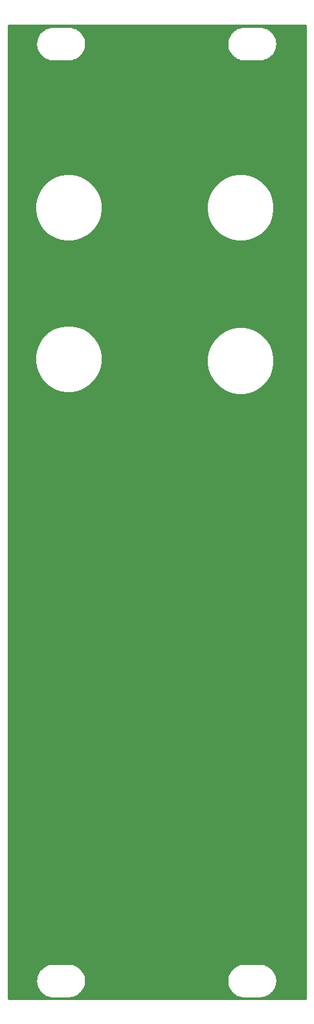
<source format=gbr>
G04 #@! TF.GenerationSoftware,KiCad,Pcbnew,(5.1.5-0)*
G04 #@! TF.CreationDate,2021-01-12T22:30:33-08:00*
G04 #@! TF.ProjectId,helveticascenario,68656c76-6574-4696-9361-7363656e6172,rev?*
G04 #@! TF.SameCoordinates,Original*
G04 #@! TF.FileFunction,Copper,L2,Bot*
G04 #@! TF.FilePolarity,Positive*
%FSLAX46Y46*%
G04 Gerber Fmt 4.6, Leading zero omitted, Abs format (unit mm)*
G04 Created by KiCad (PCBNEW (5.1.5-0)) date 2021-01-12 22:30:33*
%MOMM*%
%LPD*%
G04 APERTURE LIST*
%ADD10C,6.100000*%
%ADD11C,0.254000*%
G04 APERTURE END LIST*
D10*
X35000000Y-353250000D03*
X25250000Y-353250000D03*
X15000000Y-353250000D03*
X5000000Y-353250000D03*
X5000000Y-336250000D03*
X15000000Y-336250000D03*
X25250000Y-336250000D03*
X35000000Y-336250000D03*
X35000000Y-319500000D03*
X25250000Y-319500000D03*
X15000000Y-319500000D03*
X5000000Y-319500000D03*
D11*
G36*
X39540001Y-377840000D02*
G01*
X660000Y-377840000D01*
X660000Y-375451353D01*
X4242755Y-375451353D01*
X4243173Y-375511171D01*
X4242755Y-375570988D01*
X4243655Y-375580160D01*
X4276296Y-375890715D01*
X4288320Y-375949291D01*
X4299532Y-376008070D01*
X4302196Y-376016892D01*
X4394535Y-376315192D01*
X4417715Y-376370335D01*
X4440124Y-376425800D01*
X4444451Y-376433937D01*
X4592972Y-376708621D01*
X4626417Y-376758205D01*
X4659177Y-376808268D01*
X4665001Y-376815409D01*
X4864047Y-377056013D01*
X4906482Y-377098154D01*
X4948346Y-377140903D01*
X4955446Y-377146777D01*
X5197435Y-377344138D01*
X5247259Y-377377241D01*
X5296615Y-377411036D01*
X5304721Y-377415419D01*
X5580435Y-377562019D01*
X5635704Y-377584799D01*
X5690724Y-377608381D01*
X5699527Y-377611105D01*
X5998465Y-377701359D01*
X6057138Y-377712976D01*
X6115655Y-377725415D01*
X6124820Y-377726378D01*
X6435594Y-377756850D01*
X6435598Y-377756850D01*
X6467581Y-377760000D01*
X8532419Y-377760000D01*
X8565986Y-377756694D01*
X8586744Y-377756694D01*
X8595909Y-377755731D01*
X8906228Y-377720923D01*
X8964731Y-377708487D01*
X9023419Y-377696867D01*
X9032222Y-377694142D01*
X9329870Y-377599723D01*
X9384792Y-377576183D01*
X9440159Y-377553363D01*
X9448265Y-377548979D01*
X9721904Y-377398544D01*
X9771217Y-377364779D01*
X9821088Y-377331645D01*
X9828188Y-377325770D01*
X10067397Y-377125049D01*
X10109241Y-377082320D01*
X10151694Y-377040162D01*
X10157519Y-377033020D01*
X10353185Y-376789660D01*
X10385938Y-376739608D01*
X10419391Y-376690013D01*
X10423714Y-376681881D01*
X10423717Y-376681877D01*
X10423719Y-376681873D01*
X10568388Y-376405146D01*
X10590785Y-376349711D01*
X10613978Y-376294539D01*
X10616641Y-376285717D01*
X10704807Y-375986156D01*
X10716007Y-375927440D01*
X10728045Y-375868798D01*
X10728944Y-375859627D01*
X10757245Y-375548647D01*
X10756827Y-375488830D01*
X10757088Y-375451353D01*
X29242755Y-375451353D01*
X29243173Y-375511171D01*
X29242755Y-375570988D01*
X29243655Y-375580160D01*
X29276296Y-375890715D01*
X29288320Y-375949291D01*
X29299532Y-376008070D01*
X29302196Y-376016892D01*
X29394535Y-376315192D01*
X29417715Y-376370335D01*
X29440124Y-376425800D01*
X29444451Y-376433937D01*
X29592972Y-376708621D01*
X29626417Y-376758205D01*
X29659177Y-376808268D01*
X29665001Y-376815409D01*
X29864047Y-377056013D01*
X29906482Y-377098154D01*
X29948346Y-377140903D01*
X29955446Y-377146777D01*
X30197435Y-377344138D01*
X30247259Y-377377241D01*
X30296615Y-377411036D01*
X30304721Y-377415419D01*
X30580435Y-377562019D01*
X30635704Y-377584799D01*
X30690724Y-377608381D01*
X30699527Y-377611105D01*
X30998465Y-377701359D01*
X31057138Y-377712976D01*
X31115655Y-377725415D01*
X31124820Y-377726378D01*
X31435594Y-377756850D01*
X31435598Y-377756850D01*
X31467581Y-377760000D01*
X33532419Y-377760000D01*
X33565986Y-377756694D01*
X33586744Y-377756694D01*
X33595909Y-377755731D01*
X33906228Y-377720923D01*
X33964731Y-377708487D01*
X34023419Y-377696867D01*
X34032222Y-377694142D01*
X34329870Y-377599723D01*
X34384792Y-377576183D01*
X34440159Y-377553363D01*
X34448265Y-377548979D01*
X34721904Y-377398544D01*
X34771217Y-377364779D01*
X34821088Y-377331645D01*
X34828188Y-377325770D01*
X35067397Y-377125049D01*
X35109241Y-377082320D01*
X35151694Y-377040162D01*
X35157519Y-377033020D01*
X35353185Y-376789660D01*
X35385938Y-376739608D01*
X35419391Y-376690013D01*
X35423714Y-376681881D01*
X35423717Y-376681877D01*
X35423719Y-376681873D01*
X35568388Y-376405146D01*
X35590785Y-376349711D01*
X35613978Y-376294539D01*
X35616641Y-376285717D01*
X35704807Y-375986156D01*
X35716007Y-375927440D01*
X35728045Y-375868798D01*
X35728944Y-375859627D01*
X35757245Y-375548647D01*
X35756827Y-375488830D01*
X35757245Y-375429012D01*
X35756345Y-375419841D01*
X35723704Y-375109285D01*
X35711680Y-375050709D01*
X35700468Y-374991930D01*
X35697804Y-374983108D01*
X35605465Y-374684808D01*
X35582280Y-374629653D01*
X35559876Y-374574200D01*
X35555549Y-374566064D01*
X35555549Y-374566063D01*
X35555546Y-374566059D01*
X35407028Y-374291379D01*
X35373583Y-374241795D01*
X35340823Y-374191732D01*
X35334999Y-374184591D01*
X35135954Y-373943987D01*
X35093535Y-373901863D01*
X35051655Y-373859097D01*
X35044554Y-373853223D01*
X34802565Y-373655862D01*
X34752741Y-373622759D01*
X34703385Y-373588964D01*
X34695279Y-373584581D01*
X34419566Y-373437981D01*
X34364269Y-373415189D01*
X34309275Y-373391619D01*
X34300472Y-373388895D01*
X34001535Y-373298641D01*
X33942862Y-373287024D01*
X33884345Y-373274585D01*
X33875180Y-373273622D01*
X33564405Y-373243150D01*
X33564402Y-373243150D01*
X33532419Y-373240000D01*
X31467581Y-373240000D01*
X31434014Y-373243306D01*
X31413256Y-373243306D01*
X31404091Y-373244269D01*
X31093771Y-373279077D01*
X31035298Y-373291506D01*
X30976581Y-373303132D01*
X30967778Y-373305858D01*
X30670130Y-373400277D01*
X30615147Y-373423843D01*
X30559841Y-373446638D01*
X30551735Y-373451021D01*
X30278095Y-373601456D01*
X30228748Y-373635245D01*
X30178913Y-373668355D01*
X30171812Y-373674229D01*
X29932603Y-373874951D01*
X29890759Y-373917681D01*
X29848305Y-373959839D01*
X29842481Y-373966980D01*
X29646814Y-374210340D01*
X29614055Y-374260400D01*
X29580609Y-374309986D01*
X29576283Y-374318123D01*
X29431612Y-374594854D01*
X29409215Y-374650289D01*
X29386022Y-374705461D01*
X29383359Y-374714283D01*
X29295193Y-375013844D01*
X29283993Y-375072560D01*
X29271955Y-375131202D01*
X29271056Y-375140373D01*
X29242755Y-375451353D01*
X10757088Y-375451353D01*
X10757245Y-375429012D01*
X10756345Y-375419841D01*
X10723704Y-375109285D01*
X10711680Y-375050709D01*
X10700468Y-374991930D01*
X10697804Y-374983108D01*
X10605465Y-374684808D01*
X10582280Y-374629653D01*
X10559876Y-374574200D01*
X10555549Y-374566064D01*
X10555549Y-374566063D01*
X10555546Y-374566059D01*
X10407028Y-374291379D01*
X10373583Y-374241795D01*
X10340823Y-374191732D01*
X10334999Y-374184591D01*
X10135954Y-373943987D01*
X10093535Y-373901863D01*
X10051655Y-373859097D01*
X10044554Y-373853223D01*
X9802565Y-373655862D01*
X9752741Y-373622759D01*
X9703385Y-373588964D01*
X9695279Y-373584581D01*
X9419566Y-373437981D01*
X9364269Y-373415189D01*
X9309275Y-373391619D01*
X9300472Y-373388895D01*
X9001535Y-373298641D01*
X8942862Y-373287024D01*
X8884345Y-373274585D01*
X8875180Y-373273622D01*
X8564405Y-373243150D01*
X8564402Y-373243150D01*
X8532419Y-373240000D01*
X6467581Y-373240000D01*
X6434014Y-373243306D01*
X6413256Y-373243306D01*
X6404091Y-373244269D01*
X6093771Y-373279077D01*
X6035298Y-373291506D01*
X5976581Y-373303132D01*
X5967778Y-373305858D01*
X5670130Y-373400277D01*
X5615147Y-373423843D01*
X5559841Y-373446638D01*
X5551735Y-373451021D01*
X5278095Y-373601456D01*
X5228748Y-373635245D01*
X5178913Y-373668355D01*
X5171812Y-373674229D01*
X4932603Y-373874951D01*
X4890759Y-373917681D01*
X4848305Y-373959839D01*
X4842481Y-373966980D01*
X4646814Y-374210340D01*
X4614055Y-374260400D01*
X4580609Y-374309986D01*
X4576283Y-374318123D01*
X4431612Y-374594854D01*
X4409215Y-374650289D01*
X4386022Y-374705461D01*
X4383359Y-374714283D01*
X4295193Y-375013844D01*
X4283993Y-375072560D01*
X4271955Y-375131202D01*
X4271056Y-375140373D01*
X4242755Y-375451353D01*
X660000Y-375451353D01*
X660000Y-293815784D01*
X4091332Y-293815784D01*
X4091332Y-294684216D01*
X4260754Y-295535961D01*
X4593089Y-296338288D01*
X5075564Y-297060362D01*
X5689638Y-297674436D01*
X6411712Y-298156911D01*
X7214039Y-298489246D01*
X8065784Y-298658668D01*
X8934216Y-298658668D01*
X9785961Y-298489246D01*
X10588288Y-298156911D01*
X11310362Y-297674436D01*
X11924436Y-297060362D01*
X12406911Y-296338288D01*
X12739246Y-295535961D01*
X12908668Y-294684216D01*
X12908668Y-294065784D01*
X26591332Y-294065784D01*
X26591332Y-294934216D01*
X26760754Y-295785961D01*
X27093089Y-296588288D01*
X27575564Y-297310362D01*
X28189638Y-297924436D01*
X28911712Y-298406911D01*
X29714039Y-298739246D01*
X30565784Y-298908668D01*
X31434216Y-298908668D01*
X32285961Y-298739246D01*
X33088288Y-298406911D01*
X33810362Y-297924436D01*
X34424436Y-297310362D01*
X34906911Y-296588288D01*
X35239246Y-295785961D01*
X35408668Y-294934216D01*
X35408668Y-294065784D01*
X35239246Y-293214039D01*
X34906911Y-292411712D01*
X34424436Y-291689638D01*
X33810362Y-291075564D01*
X33088288Y-290593089D01*
X32285961Y-290260754D01*
X31434216Y-290091332D01*
X30565784Y-290091332D01*
X29714039Y-290260754D01*
X28911712Y-290593089D01*
X28189638Y-291075564D01*
X27575564Y-291689638D01*
X27093089Y-292411712D01*
X26760754Y-293214039D01*
X26591332Y-294065784D01*
X12908668Y-294065784D01*
X12908668Y-293815784D01*
X12739246Y-292964039D01*
X12406911Y-292161712D01*
X11924436Y-291439638D01*
X11310362Y-290825564D01*
X10588288Y-290343089D01*
X9785961Y-290010754D01*
X8934216Y-289841332D01*
X8065784Y-289841332D01*
X7214039Y-290010754D01*
X6411712Y-290343089D01*
X5689638Y-290825564D01*
X5075564Y-291439638D01*
X4593089Y-292161712D01*
X4260754Y-292964039D01*
X4091332Y-293815784D01*
X660000Y-293815784D01*
X660000Y-274065784D01*
X4091332Y-274065784D01*
X4091332Y-274934216D01*
X4260754Y-275785961D01*
X4593089Y-276588288D01*
X5075564Y-277310362D01*
X5689638Y-277924436D01*
X6411712Y-278406911D01*
X7214039Y-278739246D01*
X8065784Y-278908668D01*
X8934216Y-278908668D01*
X9785961Y-278739246D01*
X10588288Y-278406911D01*
X11310362Y-277924436D01*
X11924436Y-277310362D01*
X12406911Y-276588288D01*
X12739246Y-275785961D01*
X12908668Y-274934216D01*
X12908668Y-274065784D01*
X26591332Y-274065784D01*
X26591332Y-274934216D01*
X26760754Y-275785961D01*
X27093089Y-276588288D01*
X27575564Y-277310362D01*
X28189638Y-277924436D01*
X28911712Y-278406911D01*
X29714039Y-278739246D01*
X30565784Y-278908668D01*
X31434216Y-278908668D01*
X32285961Y-278739246D01*
X33088288Y-278406911D01*
X33810362Y-277924436D01*
X34424436Y-277310362D01*
X34906911Y-276588288D01*
X35239246Y-275785961D01*
X35408668Y-274934216D01*
X35408668Y-274065784D01*
X35239246Y-273214039D01*
X34906911Y-272411712D01*
X34424436Y-271689638D01*
X33810362Y-271075564D01*
X33088288Y-270593089D01*
X32285961Y-270260754D01*
X31434216Y-270091332D01*
X30565784Y-270091332D01*
X29714039Y-270260754D01*
X28911712Y-270593089D01*
X28189638Y-271075564D01*
X27575564Y-271689638D01*
X27093089Y-272411712D01*
X26760754Y-273214039D01*
X26591332Y-274065784D01*
X12908668Y-274065784D01*
X12739246Y-273214039D01*
X12406911Y-272411712D01*
X11924436Y-271689638D01*
X11310362Y-271075564D01*
X10588288Y-270593089D01*
X9785961Y-270260754D01*
X8934216Y-270091332D01*
X8065784Y-270091332D01*
X7214039Y-270260754D01*
X6411712Y-270593089D01*
X5689638Y-271075564D01*
X5075564Y-271689638D01*
X4593089Y-272411712D01*
X4260754Y-273214039D01*
X4091332Y-274065784D01*
X660000Y-274065784D01*
X660000Y-253051353D01*
X4242755Y-253051353D01*
X4243173Y-253111171D01*
X4242755Y-253170988D01*
X4243655Y-253180160D01*
X4276296Y-253490715D01*
X4288320Y-253549291D01*
X4299532Y-253608070D01*
X4302196Y-253616892D01*
X4394535Y-253915192D01*
X4417715Y-253970335D01*
X4440124Y-254025800D01*
X4444451Y-254033937D01*
X4592972Y-254308621D01*
X4626417Y-254358205D01*
X4659177Y-254408268D01*
X4665001Y-254415409D01*
X4864047Y-254656013D01*
X4906482Y-254698154D01*
X4948346Y-254740903D01*
X4955446Y-254746777D01*
X5197435Y-254944138D01*
X5247259Y-254977241D01*
X5296615Y-255011036D01*
X5304721Y-255015419D01*
X5580435Y-255162019D01*
X5635704Y-255184799D01*
X5690724Y-255208381D01*
X5699527Y-255211105D01*
X5998465Y-255301359D01*
X6057138Y-255312976D01*
X6115655Y-255325415D01*
X6124820Y-255326378D01*
X6435594Y-255356850D01*
X6435598Y-255356850D01*
X6467581Y-255360000D01*
X8532419Y-255360000D01*
X8565986Y-255356694D01*
X8586744Y-255356694D01*
X8595909Y-255355731D01*
X8906228Y-255320923D01*
X8964731Y-255308487D01*
X9023419Y-255296867D01*
X9032222Y-255294142D01*
X9329870Y-255199723D01*
X9384792Y-255176183D01*
X9440159Y-255153363D01*
X9448265Y-255148979D01*
X9721904Y-254998544D01*
X9771217Y-254964779D01*
X9821088Y-254931645D01*
X9828188Y-254925770D01*
X10067397Y-254725049D01*
X10109241Y-254682320D01*
X10151694Y-254640162D01*
X10157519Y-254633020D01*
X10353185Y-254389660D01*
X10385938Y-254339608D01*
X10419391Y-254290013D01*
X10423714Y-254281881D01*
X10423717Y-254281877D01*
X10423719Y-254281873D01*
X10568388Y-254005146D01*
X10590785Y-253949711D01*
X10613978Y-253894539D01*
X10616641Y-253885717D01*
X10704807Y-253586156D01*
X10716007Y-253527440D01*
X10728045Y-253468798D01*
X10728944Y-253459627D01*
X10757245Y-253148647D01*
X10756827Y-253088830D01*
X10757088Y-253051353D01*
X29242755Y-253051353D01*
X29243173Y-253111171D01*
X29242755Y-253170988D01*
X29243655Y-253180160D01*
X29276296Y-253490715D01*
X29288320Y-253549291D01*
X29299532Y-253608070D01*
X29302196Y-253616892D01*
X29394535Y-253915192D01*
X29417715Y-253970335D01*
X29440124Y-254025800D01*
X29444451Y-254033937D01*
X29592972Y-254308621D01*
X29626417Y-254358205D01*
X29659177Y-254408268D01*
X29665001Y-254415409D01*
X29864047Y-254656013D01*
X29906482Y-254698154D01*
X29948346Y-254740903D01*
X29955446Y-254746777D01*
X30197435Y-254944138D01*
X30247259Y-254977241D01*
X30296615Y-255011036D01*
X30304721Y-255015419D01*
X30580435Y-255162019D01*
X30635704Y-255184799D01*
X30690724Y-255208381D01*
X30699527Y-255211105D01*
X30998465Y-255301359D01*
X31057138Y-255312976D01*
X31115655Y-255325415D01*
X31124820Y-255326378D01*
X31435594Y-255356850D01*
X31435598Y-255356850D01*
X31467581Y-255360000D01*
X33532419Y-255360000D01*
X33565986Y-255356694D01*
X33586744Y-255356694D01*
X33595909Y-255355731D01*
X33906228Y-255320923D01*
X33964731Y-255308487D01*
X34023419Y-255296867D01*
X34032222Y-255294142D01*
X34329870Y-255199723D01*
X34384792Y-255176183D01*
X34440159Y-255153363D01*
X34448265Y-255148979D01*
X34721904Y-254998544D01*
X34771217Y-254964779D01*
X34821088Y-254931645D01*
X34828188Y-254925770D01*
X35067397Y-254725049D01*
X35109241Y-254682320D01*
X35151694Y-254640162D01*
X35157519Y-254633020D01*
X35353185Y-254389660D01*
X35385938Y-254339608D01*
X35419391Y-254290013D01*
X35423714Y-254281881D01*
X35423717Y-254281877D01*
X35423719Y-254281873D01*
X35568388Y-254005146D01*
X35590785Y-253949711D01*
X35613978Y-253894539D01*
X35616641Y-253885717D01*
X35704807Y-253586156D01*
X35716007Y-253527440D01*
X35728045Y-253468798D01*
X35728944Y-253459627D01*
X35757245Y-253148647D01*
X35756827Y-253088830D01*
X35757245Y-253029012D01*
X35756345Y-253019841D01*
X35723704Y-252709285D01*
X35711680Y-252650709D01*
X35700468Y-252591930D01*
X35697804Y-252583108D01*
X35605465Y-252284808D01*
X35582280Y-252229653D01*
X35559876Y-252174200D01*
X35555549Y-252166064D01*
X35555549Y-252166063D01*
X35555546Y-252166059D01*
X35407028Y-251891379D01*
X35373583Y-251841795D01*
X35340823Y-251791732D01*
X35334999Y-251784591D01*
X35135954Y-251543987D01*
X35093535Y-251501863D01*
X35051655Y-251459097D01*
X35044554Y-251453223D01*
X34802565Y-251255862D01*
X34752741Y-251222759D01*
X34703385Y-251188964D01*
X34695279Y-251184581D01*
X34419566Y-251037981D01*
X34364269Y-251015189D01*
X34309275Y-250991619D01*
X34300472Y-250988895D01*
X34001535Y-250898641D01*
X33942862Y-250887024D01*
X33884345Y-250874585D01*
X33875180Y-250873622D01*
X33564405Y-250843150D01*
X33564402Y-250843150D01*
X33532419Y-250840000D01*
X31467581Y-250840000D01*
X31434014Y-250843306D01*
X31413256Y-250843306D01*
X31404091Y-250844269D01*
X31093771Y-250879077D01*
X31035298Y-250891506D01*
X30976581Y-250903132D01*
X30967778Y-250905858D01*
X30670130Y-251000277D01*
X30615147Y-251023843D01*
X30559841Y-251046638D01*
X30551735Y-251051021D01*
X30278095Y-251201456D01*
X30228748Y-251235245D01*
X30178913Y-251268355D01*
X30171812Y-251274229D01*
X29932603Y-251474951D01*
X29890759Y-251517681D01*
X29848305Y-251559839D01*
X29842481Y-251566980D01*
X29646814Y-251810340D01*
X29614055Y-251860400D01*
X29580609Y-251909986D01*
X29576283Y-251918123D01*
X29431612Y-252194854D01*
X29409215Y-252250289D01*
X29386022Y-252305461D01*
X29383359Y-252314283D01*
X29295193Y-252613844D01*
X29283993Y-252672560D01*
X29271955Y-252731202D01*
X29271056Y-252740373D01*
X29242755Y-253051353D01*
X10757088Y-253051353D01*
X10757245Y-253029012D01*
X10756345Y-253019841D01*
X10723704Y-252709285D01*
X10711680Y-252650709D01*
X10700468Y-252591930D01*
X10697804Y-252583108D01*
X10605465Y-252284808D01*
X10582280Y-252229653D01*
X10559876Y-252174200D01*
X10555549Y-252166064D01*
X10555549Y-252166063D01*
X10555546Y-252166059D01*
X10407028Y-251891379D01*
X10373583Y-251841795D01*
X10340823Y-251791732D01*
X10334999Y-251784591D01*
X10135954Y-251543987D01*
X10093535Y-251501863D01*
X10051655Y-251459097D01*
X10044554Y-251453223D01*
X9802565Y-251255862D01*
X9752741Y-251222759D01*
X9703385Y-251188964D01*
X9695279Y-251184581D01*
X9419566Y-251037981D01*
X9364269Y-251015189D01*
X9309275Y-250991619D01*
X9300472Y-250988895D01*
X9001535Y-250898641D01*
X8942862Y-250887024D01*
X8884345Y-250874585D01*
X8875180Y-250873622D01*
X8564405Y-250843150D01*
X8564402Y-250843150D01*
X8532419Y-250840000D01*
X6467581Y-250840000D01*
X6434014Y-250843306D01*
X6413256Y-250843306D01*
X6404091Y-250844269D01*
X6093771Y-250879077D01*
X6035298Y-250891506D01*
X5976581Y-250903132D01*
X5967778Y-250905858D01*
X5670130Y-251000277D01*
X5615147Y-251023843D01*
X5559841Y-251046638D01*
X5551735Y-251051021D01*
X5278095Y-251201456D01*
X5228748Y-251235245D01*
X5178913Y-251268355D01*
X5171812Y-251274229D01*
X4932603Y-251474951D01*
X4890759Y-251517681D01*
X4848305Y-251559839D01*
X4842481Y-251566980D01*
X4646814Y-251810340D01*
X4614055Y-251860400D01*
X4580609Y-251909986D01*
X4576283Y-251918123D01*
X4431612Y-252194854D01*
X4409215Y-252250289D01*
X4386022Y-252305461D01*
X4383359Y-252314283D01*
X4295193Y-252613844D01*
X4283993Y-252672560D01*
X4271955Y-252731202D01*
X4271056Y-252740373D01*
X4242755Y-253051353D01*
X660000Y-253051353D01*
X660000Y-250660000D01*
X39540000Y-250660000D01*
X39540001Y-377840000D01*
G37*
X39540001Y-377840000D02*
X660000Y-377840000D01*
X660000Y-375451353D01*
X4242755Y-375451353D01*
X4243173Y-375511171D01*
X4242755Y-375570988D01*
X4243655Y-375580160D01*
X4276296Y-375890715D01*
X4288320Y-375949291D01*
X4299532Y-376008070D01*
X4302196Y-376016892D01*
X4394535Y-376315192D01*
X4417715Y-376370335D01*
X4440124Y-376425800D01*
X4444451Y-376433937D01*
X4592972Y-376708621D01*
X4626417Y-376758205D01*
X4659177Y-376808268D01*
X4665001Y-376815409D01*
X4864047Y-377056013D01*
X4906482Y-377098154D01*
X4948346Y-377140903D01*
X4955446Y-377146777D01*
X5197435Y-377344138D01*
X5247259Y-377377241D01*
X5296615Y-377411036D01*
X5304721Y-377415419D01*
X5580435Y-377562019D01*
X5635704Y-377584799D01*
X5690724Y-377608381D01*
X5699527Y-377611105D01*
X5998465Y-377701359D01*
X6057138Y-377712976D01*
X6115655Y-377725415D01*
X6124820Y-377726378D01*
X6435594Y-377756850D01*
X6435598Y-377756850D01*
X6467581Y-377760000D01*
X8532419Y-377760000D01*
X8565986Y-377756694D01*
X8586744Y-377756694D01*
X8595909Y-377755731D01*
X8906228Y-377720923D01*
X8964731Y-377708487D01*
X9023419Y-377696867D01*
X9032222Y-377694142D01*
X9329870Y-377599723D01*
X9384792Y-377576183D01*
X9440159Y-377553363D01*
X9448265Y-377548979D01*
X9721904Y-377398544D01*
X9771217Y-377364779D01*
X9821088Y-377331645D01*
X9828188Y-377325770D01*
X10067397Y-377125049D01*
X10109241Y-377082320D01*
X10151694Y-377040162D01*
X10157519Y-377033020D01*
X10353185Y-376789660D01*
X10385938Y-376739608D01*
X10419391Y-376690013D01*
X10423714Y-376681881D01*
X10423717Y-376681877D01*
X10423719Y-376681873D01*
X10568388Y-376405146D01*
X10590785Y-376349711D01*
X10613978Y-376294539D01*
X10616641Y-376285717D01*
X10704807Y-375986156D01*
X10716007Y-375927440D01*
X10728045Y-375868798D01*
X10728944Y-375859627D01*
X10757245Y-375548647D01*
X10756827Y-375488830D01*
X10757088Y-375451353D01*
X29242755Y-375451353D01*
X29243173Y-375511171D01*
X29242755Y-375570988D01*
X29243655Y-375580160D01*
X29276296Y-375890715D01*
X29288320Y-375949291D01*
X29299532Y-376008070D01*
X29302196Y-376016892D01*
X29394535Y-376315192D01*
X29417715Y-376370335D01*
X29440124Y-376425800D01*
X29444451Y-376433937D01*
X29592972Y-376708621D01*
X29626417Y-376758205D01*
X29659177Y-376808268D01*
X29665001Y-376815409D01*
X29864047Y-377056013D01*
X29906482Y-377098154D01*
X29948346Y-377140903D01*
X29955446Y-377146777D01*
X30197435Y-377344138D01*
X30247259Y-377377241D01*
X30296615Y-377411036D01*
X30304721Y-377415419D01*
X30580435Y-377562019D01*
X30635704Y-377584799D01*
X30690724Y-377608381D01*
X30699527Y-377611105D01*
X30998465Y-377701359D01*
X31057138Y-377712976D01*
X31115655Y-377725415D01*
X31124820Y-377726378D01*
X31435594Y-377756850D01*
X31435598Y-377756850D01*
X31467581Y-377760000D01*
X33532419Y-377760000D01*
X33565986Y-377756694D01*
X33586744Y-377756694D01*
X33595909Y-377755731D01*
X33906228Y-377720923D01*
X33964731Y-377708487D01*
X34023419Y-377696867D01*
X34032222Y-377694142D01*
X34329870Y-377599723D01*
X34384792Y-377576183D01*
X34440159Y-377553363D01*
X34448265Y-377548979D01*
X34721904Y-377398544D01*
X34771217Y-377364779D01*
X34821088Y-377331645D01*
X34828188Y-377325770D01*
X35067397Y-377125049D01*
X35109241Y-377082320D01*
X35151694Y-377040162D01*
X35157519Y-377033020D01*
X35353185Y-376789660D01*
X35385938Y-376739608D01*
X35419391Y-376690013D01*
X35423714Y-376681881D01*
X35423717Y-376681877D01*
X35423719Y-376681873D01*
X35568388Y-376405146D01*
X35590785Y-376349711D01*
X35613978Y-376294539D01*
X35616641Y-376285717D01*
X35704807Y-375986156D01*
X35716007Y-375927440D01*
X35728045Y-375868798D01*
X35728944Y-375859627D01*
X35757245Y-375548647D01*
X35756827Y-375488830D01*
X35757245Y-375429012D01*
X35756345Y-375419841D01*
X35723704Y-375109285D01*
X35711680Y-375050709D01*
X35700468Y-374991930D01*
X35697804Y-374983108D01*
X35605465Y-374684808D01*
X35582280Y-374629653D01*
X35559876Y-374574200D01*
X35555549Y-374566064D01*
X35555549Y-374566063D01*
X35555546Y-374566059D01*
X35407028Y-374291379D01*
X35373583Y-374241795D01*
X35340823Y-374191732D01*
X35334999Y-374184591D01*
X35135954Y-373943987D01*
X35093535Y-373901863D01*
X35051655Y-373859097D01*
X35044554Y-373853223D01*
X34802565Y-373655862D01*
X34752741Y-373622759D01*
X34703385Y-373588964D01*
X34695279Y-373584581D01*
X34419566Y-373437981D01*
X34364269Y-373415189D01*
X34309275Y-373391619D01*
X34300472Y-373388895D01*
X34001535Y-373298641D01*
X33942862Y-373287024D01*
X33884345Y-373274585D01*
X33875180Y-373273622D01*
X33564405Y-373243150D01*
X33564402Y-373243150D01*
X33532419Y-373240000D01*
X31467581Y-373240000D01*
X31434014Y-373243306D01*
X31413256Y-373243306D01*
X31404091Y-373244269D01*
X31093771Y-373279077D01*
X31035298Y-373291506D01*
X30976581Y-373303132D01*
X30967778Y-373305858D01*
X30670130Y-373400277D01*
X30615147Y-373423843D01*
X30559841Y-373446638D01*
X30551735Y-373451021D01*
X30278095Y-373601456D01*
X30228748Y-373635245D01*
X30178913Y-373668355D01*
X30171812Y-373674229D01*
X29932603Y-373874951D01*
X29890759Y-373917681D01*
X29848305Y-373959839D01*
X29842481Y-373966980D01*
X29646814Y-374210340D01*
X29614055Y-374260400D01*
X29580609Y-374309986D01*
X29576283Y-374318123D01*
X29431612Y-374594854D01*
X29409215Y-374650289D01*
X29386022Y-374705461D01*
X29383359Y-374714283D01*
X29295193Y-375013844D01*
X29283993Y-375072560D01*
X29271955Y-375131202D01*
X29271056Y-375140373D01*
X29242755Y-375451353D01*
X10757088Y-375451353D01*
X10757245Y-375429012D01*
X10756345Y-375419841D01*
X10723704Y-375109285D01*
X10711680Y-375050709D01*
X10700468Y-374991930D01*
X10697804Y-374983108D01*
X10605465Y-374684808D01*
X10582280Y-374629653D01*
X10559876Y-374574200D01*
X10555549Y-374566064D01*
X10555549Y-374566063D01*
X10555546Y-374566059D01*
X10407028Y-374291379D01*
X10373583Y-374241795D01*
X10340823Y-374191732D01*
X10334999Y-374184591D01*
X10135954Y-373943987D01*
X10093535Y-373901863D01*
X10051655Y-373859097D01*
X10044554Y-373853223D01*
X9802565Y-373655862D01*
X9752741Y-373622759D01*
X9703385Y-373588964D01*
X9695279Y-373584581D01*
X9419566Y-373437981D01*
X9364269Y-373415189D01*
X9309275Y-373391619D01*
X9300472Y-373388895D01*
X9001535Y-373298641D01*
X8942862Y-373287024D01*
X8884345Y-373274585D01*
X8875180Y-373273622D01*
X8564405Y-373243150D01*
X8564402Y-373243150D01*
X8532419Y-373240000D01*
X6467581Y-373240000D01*
X6434014Y-373243306D01*
X6413256Y-373243306D01*
X6404091Y-373244269D01*
X6093771Y-373279077D01*
X6035298Y-373291506D01*
X5976581Y-373303132D01*
X5967778Y-373305858D01*
X5670130Y-373400277D01*
X5615147Y-373423843D01*
X5559841Y-373446638D01*
X5551735Y-373451021D01*
X5278095Y-373601456D01*
X5228748Y-373635245D01*
X5178913Y-373668355D01*
X5171812Y-373674229D01*
X4932603Y-373874951D01*
X4890759Y-373917681D01*
X4848305Y-373959839D01*
X4842481Y-373966980D01*
X4646814Y-374210340D01*
X4614055Y-374260400D01*
X4580609Y-374309986D01*
X4576283Y-374318123D01*
X4431612Y-374594854D01*
X4409215Y-374650289D01*
X4386022Y-374705461D01*
X4383359Y-374714283D01*
X4295193Y-375013844D01*
X4283993Y-375072560D01*
X4271955Y-375131202D01*
X4271056Y-375140373D01*
X4242755Y-375451353D01*
X660000Y-375451353D01*
X660000Y-293815784D01*
X4091332Y-293815784D01*
X4091332Y-294684216D01*
X4260754Y-295535961D01*
X4593089Y-296338288D01*
X5075564Y-297060362D01*
X5689638Y-297674436D01*
X6411712Y-298156911D01*
X7214039Y-298489246D01*
X8065784Y-298658668D01*
X8934216Y-298658668D01*
X9785961Y-298489246D01*
X10588288Y-298156911D01*
X11310362Y-297674436D01*
X11924436Y-297060362D01*
X12406911Y-296338288D01*
X12739246Y-295535961D01*
X12908668Y-294684216D01*
X12908668Y-294065784D01*
X26591332Y-294065784D01*
X26591332Y-294934216D01*
X26760754Y-295785961D01*
X27093089Y-296588288D01*
X27575564Y-297310362D01*
X28189638Y-297924436D01*
X28911712Y-298406911D01*
X29714039Y-298739246D01*
X30565784Y-298908668D01*
X31434216Y-298908668D01*
X32285961Y-298739246D01*
X33088288Y-298406911D01*
X33810362Y-297924436D01*
X34424436Y-297310362D01*
X34906911Y-296588288D01*
X35239246Y-295785961D01*
X35408668Y-294934216D01*
X35408668Y-294065784D01*
X35239246Y-293214039D01*
X34906911Y-292411712D01*
X34424436Y-291689638D01*
X33810362Y-291075564D01*
X33088288Y-290593089D01*
X32285961Y-290260754D01*
X31434216Y-290091332D01*
X30565784Y-290091332D01*
X29714039Y-290260754D01*
X28911712Y-290593089D01*
X28189638Y-291075564D01*
X27575564Y-291689638D01*
X27093089Y-292411712D01*
X26760754Y-293214039D01*
X26591332Y-294065784D01*
X12908668Y-294065784D01*
X12908668Y-293815784D01*
X12739246Y-292964039D01*
X12406911Y-292161712D01*
X11924436Y-291439638D01*
X11310362Y-290825564D01*
X10588288Y-290343089D01*
X9785961Y-290010754D01*
X8934216Y-289841332D01*
X8065784Y-289841332D01*
X7214039Y-290010754D01*
X6411712Y-290343089D01*
X5689638Y-290825564D01*
X5075564Y-291439638D01*
X4593089Y-292161712D01*
X4260754Y-292964039D01*
X4091332Y-293815784D01*
X660000Y-293815784D01*
X660000Y-274065784D01*
X4091332Y-274065784D01*
X4091332Y-274934216D01*
X4260754Y-275785961D01*
X4593089Y-276588288D01*
X5075564Y-277310362D01*
X5689638Y-277924436D01*
X6411712Y-278406911D01*
X7214039Y-278739246D01*
X8065784Y-278908668D01*
X8934216Y-278908668D01*
X9785961Y-278739246D01*
X10588288Y-278406911D01*
X11310362Y-277924436D01*
X11924436Y-277310362D01*
X12406911Y-276588288D01*
X12739246Y-275785961D01*
X12908668Y-274934216D01*
X12908668Y-274065784D01*
X26591332Y-274065784D01*
X26591332Y-274934216D01*
X26760754Y-275785961D01*
X27093089Y-276588288D01*
X27575564Y-277310362D01*
X28189638Y-277924436D01*
X28911712Y-278406911D01*
X29714039Y-278739246D01*
X30565784Y-278908668D01*
X31434216Y-278908668D01*
X32285961Y-278739246D01*
X33088288Y-278406911D01*
X33810362Y-277924436D01*
X34424436Y-277310362D01*
X34906911Y-276588288D01*
X35239246Y-275785961D01*
X35408668Y-274934216D01*
X35408668Y-274065784D01*
X35239246Y-273214039D01*
X34906911Y-272411712D01*
X34424436Y-271689638D01*
X33810362Y-271075564D01*
X33088288Y-270593089D01*
X32285961Y-270260754D01*
X31434216Y-270091332D01*
X30565784Y-270091332D01*
X29714039Y-270260754D01*
X28911712Y-270593089D01*
X28189638Y-271075564D01*
X27575564Y-271689638D01*
X27093089Y-272411712D01*
X26760754Y-273214039D01*
X26591332Y-274065784D01*
X12908668Y-274065784D01*
X12739246Y-273214039D01*
X12406911Y-272411712D01*
X11924436Y-271689638D01*
X11310362Y-271075564D01*
X10588288Y-270593089D01*
X9785961Y-270260754D01*
X8934216Y-270091332D01*
X8065784Y-270091332D01*
X7214039Y-270260754D01*
X6411712Y-270593089D01*
X5689638Y-271075564D01*
X5075564Y-271689638D01*
X4593089Y-272411712D01*
X4260754Y-273214039D01*
X4091332Y-274065784D01*
X660000Y-274065784D01*
X660000Y-253051353D01*
X4242755Y-253051353D01*
X4243173Y-253111171D01*
X4242755Y-253170988D01*
X4243655Y-253180160D01*
X4276296Y-253490715D01*
X4288320Y-253549291D01*
X4299532Y-253608070D01*
X4302196Y-253616892D01*
X4394535Y-253915192D01*
X4417715Y-253970335D01*
X4440124Y-254025800D01*
X4444451Y-254033937D01*
X4592972Y-254308621D01*
X4626417Y-254358205D01*
X4659177Y-254408268D01*
X4665001Y-254415409D01*
X4864047Y-254656013D01*
X4906482Y-254698154D01*
X4948346Y-254740903D01*
X4955446Y-254746777D01*
X5197435Y-254944138D01*
X5247259Y-254977241D01*
X5296615Y-255011036D01*
X5304721Y-255015419D01*
X5580435Y-255162019D01*
X5635704Y-255184799D01*
X5690724Y-255208381D01*
X5699527Y-255211105D01*
X5998465Y-255301359D01*
X6057138Y-255312976D01*
X6115655Y-255325415D01*
X6124820Y-255326378D01*
X6435594Y-255356850D01*
X6435598Y-255356850D01*
X6467581Y-255360000D01*
X8532419Y-255360000D01*
X8565986Y-255356694D01*
X8586744Y-255356694D01*
X8595909Y-255355731D01*
X8906228Y-255320923D01*
X8964731Y-255308487D01*
X9023419Y-255296867D01*
X9032222Y-255294142D01*
X9329870Y-255199723D01*
X9384792Y-255176183D01*
X9440159Y-255153363D01*
X9448265Y-255148979D01*
X9721904Y-254998544D01*
X9771217Y-254964779D01*
X9821088Y-254931645D01*
X9828188Y-254925770D01*
X10067397Y-254725049D01*
X10109241Y-254682320D01*
X10151694Y-254640162D01*
X10157519Y-254633020D01*
X10353185Y-254389660D01*
X10385938Y-254339608D01*
X10419391Y-254290013D01*
X10423714Y-254281881D01*
X10423717Y-254281877D01*
X10423719Y-254281873D01*
X10568388Y-254005146D01*
X10590785Y-253949711D01*
X10613978Y-253894539D01*
X10616641Y-253885717D01*
X10704807Y-253586156D01*
X10716007Y-253527440D01*
X10728045Y-253468798D01*
X10728944Y-253459627D01*
X10757245Y-253148647D01*
X10756827Y-253088830D01*
X10757088Y-253051353D01*
X29242755Y-253051353D01*
X29243173Y-253111171D01*
X29242755Y-253170988D01*
X29243655Y-253180160D01*
X29276296Y-253490715D01*
X29288320Y-253549291D01*
X29299532Y-253608070D01*
X29302196Y-253616892D01*
X29394535Y-253915192D01*
X29417715Y-253970335D01*
X29440124Y-254025800D01*
X29444451Y-254033937D01*
X29592972Y-254308621D01*
X29626417Y-254358205D01*
X29659177Y-254408268D01*
X29665001Y-254415409D01*
X29864047Y-254656013D01*
X29906482Y-254698154D01*
X29948346Y-254740903D01*
X29955446Y-254746777D01*
X30197435Y-254944138D01*
X30247259Y-254977241D01*
X30296615Y-255011036D01*
X30304721Y-255015419D01*
X30580435Y-255162019D01*
X30635704Y-255184799D01*
X30690724Y-255208381D01*
X30699527Y-255211105D01*
X30998465Y-255301359D01*
X31057138Y-255312976D01*
X31115655Y-255325415D01*
X31124820Y-255326378D01*
X31435594Y-255356850D01*
X31435598Y-255356850D01*
X31467581Y-255360000D01*
X33532419Y-255360000D01*
X33565986Y-255356694D01*
X33586744Y-255356694D01*
X33595909Y-255355731D01*
X33906228Y-255320923D01*
X33964731Y-255308487D01*
X34023419Y-255296867D01*
X34032222Y-255294142D01*
X34329870Y-255199723D01*
X34384792Y-255176183D01*
X34440159Y-255153363D01*
X34448265Y-255148979D01*
X34721904Y-254998544D01*
X34771217Y-254964779D01*
X34821088Y-254931645D01*
X34828188Y-254925770D01*
X35067397Y-254725049D01*
X35109241Y-254682320D01*
X35151694Y-254640162D01*
X35157519Y-254633020D01*
X35353185Y-254389660D01*
X35385938Y-254339608D01*
X35419391Y-254290013D01*
X35423714Y-254281881D01*
X35423717Y-254281877D01*
X35423719Y-254281873D01*
X35568388Y-254005146D01*
X35590785Y-253949711D01*
X35613978Y-253894539D01*
X35616641Y-253885717D01*
X35704807Y-253586156D01*
X35716007Y-253527440D01*
X35728045Y-253468798D01*
X35728944Y-253459627D01*
X35757245Y-253148647D01*
X35756827Y-253088830D01*
X35757245Y-253029012D01*
X35756345Y-253019841D01*
X35723704Y-252709285D01*
X35711680Y-252650709D01*
X35700468Y-252591930D01*
X35697804Y-252583108D01*
X35605465Y-252284808D01*
X35582280Y-252229653D01*
X35559876Y-252174200D01*
X35555549Y-252166064D01*
X35555549Y-252166063D01*
X35555546Y-252166059D01*
X35407028Y-251891379D01*
X35373583Y-251841795D01*
X35340823Y-251791732D01*
X35334999Y-251784591D01*
X35135954Y-251543987D01*
X35093535Y-251501863D01*
X35051655Y-251459097D01*
X35044554Y-251453223D01*
X34802565Y-251255862D01*
X34752741Y-251222759D01*
X34703385Y-251188964D01*
X34695279Y-251184581D01*
X34419566Y-251037981D01*
X34364269Y-251015189D01*
X34309275Y-250991619D01*
X34300472Y-250988895D01*
X34001535Y-250898641D01*
X33942862Y-250887024D01*
X33884345Y-250874585D01*
X33875180Y-250873622D01*
X33564405Y-250843150D01*
X33564402Y-250843150D01*
X33532419Y-250840000D01*
X31467581Y-250840000D01*
X31434014Y-250843306D01*
X31413256Y-250843306D01*
X31404091Y-250844269D01*
X31093771Y-250879077D01*
X31035298Y-250891506D01*
X30976581Y-250903132D01*
X30967778Y-250905858D01*
X30670130Y-251000277D01*
X30615147Y-251023843D01*
X30559841Y-251046638D01*
X30551735Y-251051021D01*
X30278095Y-251201456D01*
X30228748Y-251235245D01*
X30178913Y-251268355D01*
X30171812Y-251274229D01*
X29932603Y-251474951D01*
X29890759Y-251517681D01*
X29848305Y-251559839D01*
X29842481Y-251566980D01*
X29646814Y-251810340D01*
X29614055Y-251860400D01*
X29580609Y-251909986D01*
X29576283Y-251918123D01*
X29431612Y-252194854D01*
X29409215Y-252250289D01*
X29386022Y-252305461D01*
X29383359Y-252314283D01*
X29295193Y-252613844D01*
X29283993Y-252672560D01*
X29271955Y-252731202D01*
X29271056Y-252740373D01*
X29242755Y-253051353D01*
X10757088Y-253051353D01*
X10757245Y-253029012D01*
X10756345Y-253019841D01*
X10723704Y-252709285D01*
X10711680Y-252650709D01*
X10700468Y-252591930D01*
X10697804Y-252583108D01*
X10605465Y-252284808D01*
X10582280Y-252229653D01*
X10559876Y-252174200D01*
X10555549Y-252166064D01*
X10555549Y-252166063D01*
X10555546Y-252166059D01*
X10407028Y-251891379D01*
X10373583Y-251841795D01*
X10340823Y-251791732D01*
X10334999Y-251784591D01*
X10135954Y-251543987D01*
X10093535Y-251501863D01*
X10051655Y-251459097D01*
X10044554Y-251453223D01*
X9802565Y-251255862D01*
X9752741Y-251222759D01*
X9703385Y-251188964D01*
X9695279Y-251184581D01*
X9419566Y-251037981D01*
X9364269Y-251015189D01*
X9309275Y-250991619D01*
X9300472Y-250988895D01*
X9001535Y-250898641D01*
X8942862Y-250887024D01*
X8884345Y-250874585D01*
X8875180Y-250873622D01*
X8564405Y-250843150D01*
X8564402Y-250843150D01*
X8532419Y-250840000D01*
X6467581Y-250840000D01*
X6434014Y-250843306D01*
X6413256Y-250843306D01*
X6404091Y-250844269D01*
X6093771Y-250879077D01*
X6035298Y-250891506D01*
X5976581Y-250903132D01*
X5967778Y-250905858D01*
X5670130Y-251000277D01*
X5615147Y-251023843D01*
X5559841Y-251046638D01*
X5551735Y-251051021D01*
X5278095Y-251201456D01*
X5228748Y-251235245D01*
X5178913Y-251268355D01*
X5171812Y-251274229D01*
X4932603Y-251474951D01*
X4890759Y-251517681D01*
X4848305Y-251559839D01*
X4842481Y-251566980D01*
X4646814Y-251810340D01*
X4614055Y-251860400D01*
X4580609Y-251909986D01*
X4576283Y-251918123D01*
X4431612Y-252194854D01*
X4409215Y-252250289D01*
X4386022Y-252305461D01*
X4383359Y-252314283D01*
X4295193Y-252613844D01*
X4283993Y-252672560D01*
X4271955Y-252731202D01*
X4271056Y-252740373D01*
X4242755Y-253051353D01*
X660000Y-253051353D01*
X660000Y-250660000D01*
X39540000Y-250660000D01*
X39540001Y-377840000D01*
M02*

</source>
